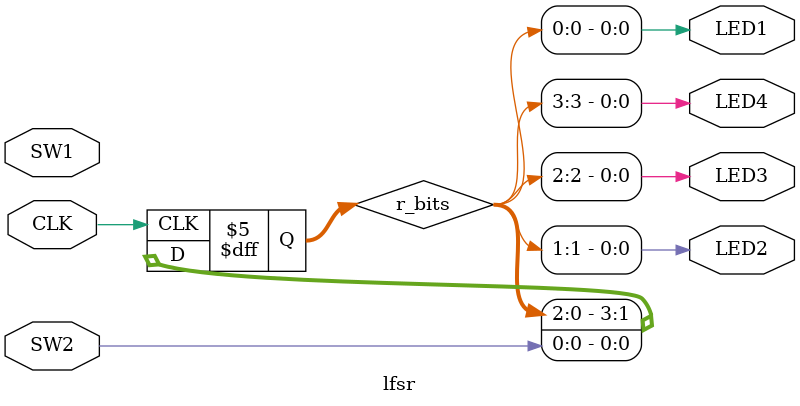
<source format=v>
module lfsr(
    input wire SW1,
    input wire CLK,
    input wire SW2,
    output wire LED1,
    output wire LED2,
    output wire LED3,
    output wire LED4
);
    localparam SIZE = 4;  // LFSR Size
    reg[SIZE - 1: 0] r_bits = 4'b0000;

    assign r_bits = {LED4, LED3, LED2, LED1};

    // Tap the second and fourth bits to xor and feedback
    assign w_tap_output = r_bits[1] ^ r_bits[3];

    always @(posedge CLK)
    begin
        if (!SW1) begin
            r_bits[SIZE - 1: 1] <= r_bits[SIZE - 2: 0];
            r_bits[0] <= w_tap_output;
        end
            r_bits[SIZE - 1: 1] <= r_bits[SIZE - 2: 0];
            r_bits[0] <= SW2;
    end
endmodule

</source>
